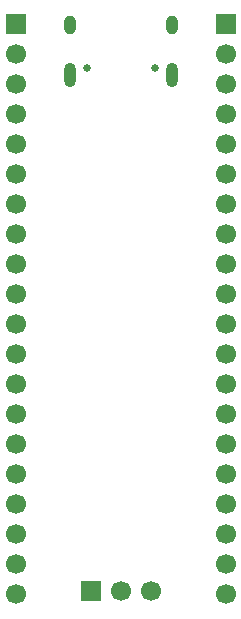
<source format=gbr>
%TF.GenerationSoftware,KiCad,Pcbnew,9.0.6*%
%TF.CreationDate,2025-12-22T21:30:03-08:00*%
%TF.ProjectId,Devboard,44657662-6f61-4726-942e-6b696361645f,rev?*%
%TF.SameCoordinates,Original*%
%TF.FileFunction,Soldermask,Bot*%
%TF.FilePolarity,Negative*%
%FSLAX46Y46*%
G04 Gerber Fmt 4.6, Leading zero omitted, Abs format (unit mm)*
G04 Created by KiCad (PCBNEW 9.0.6) date 2025-12-22 21:30:03*
%MOMM*%
%LPD*%
G01*
G04 APERTURE LIST*
%ADD10R,1.700000X1.700000*%
%ADD11C,1.700000*%
%ADD12C,0.650000*%
%ADD13O,1.000000X2.100000*%
%ADD14O,1.000000X1.600000*%
G04 APERTURE END LIST*
D10*
%TO.C,J4*%
X150835000Y-131490000D03*
D11*
X153375000Y-131490000D03*
X155915000Y-131490000D03*
%TD*%
D12*
%TO.C,J1*%
X156265000Y-87200000D03*
X150485000Y-87200000D03*
D13*
X157695000Y-87730000D03*
D14*
X157695000Y-83550000D03*
D13*
X149055000Y-87730000D03*
D14*
X149055000Y-83550000D03*
%TD*%
D10*
%TO.C,J3*%
X162265000Y-83470000D03*
D11*
X162265000Y-86010000D03*
X162265000Y-88550000D03*
X162265000Y-91090000D03*
X162265000Y-93630000D03*
X162265000Y-96170000D03*
X162265000Y-98710000D03*
X162265000Y-101250000D03*
X162265000Y-103790000D03*
X162265000Y-106330000D03*
X162265000Y-108870000D03*
X162265000Y-111410000D03*
X162265000Y-113950000D03*
X162265000Y-116490000D03*
X162265000Y-119030000D03*
X162265000Y-121570000D03*
X162265000Y-124110000D03*
X162265000Y-126650000D03*
X162265000Y-129190000D03*
X162265000Y-131730000D03*
%TD*%
D10*
%TO.C,J2*%
X144485000Y-83470000D03*
D11*
X144485000Y-86010000D03*
X144485000Y-88550000D03*
X144485000Y-91090000D03*
X144485000Y-93630000D03*
X144485000Y-96170000D03*
X144485000Y-98710000D03*
X144485000Y-101250000D03*
X144485000Y-103790000D03*
X144485000Y-106330000D03*
X144485000Y-108870000D03*
X144485000Y-111410000D03*
X144485000Y-113950000D03*
X144485000Y-116490000D03*
X144485000Y-119030000D03*
X144485000Y-121570000D03*
X144485000Y-124110000D03*
X144485000Y-126650000D03*
X144485000Y-129190000D03*
X144485000Y-131730000D03*
%TD*%
M02*

</source>
